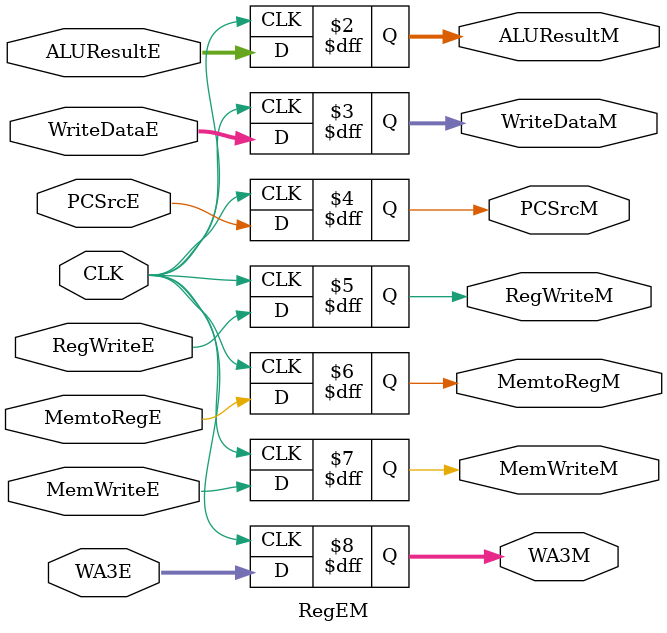
<source format=sv>
`timescale 1ns / 1ps

module RegEM #(parameter BITS = 32) (
	input logic [BITS-1:0] ALUResultE, WriteDataE, 
	input logic PCSrcE,RegWriteE,MemtoRegE,MemWriteE,CLK,
	input logic [3:0] WA3E,

	output logic [BITS-1:0] ALUResultM, WriteDataM, 
	output logic PCSrcM,RegWriteM,MemtoRegM,MemWriteM,
	output logic [3:0] WA3M);
	
	always_ff@(posedge CLK)
	begin
		WA3M = WA3E;
		PCSrcM = PCSrcE;
		RegWriteM = RegWriteE;
		MemtoRegM = MemtoRegE;
		MemWriteM = MemWriteE;
		ALUResultM = ALUResultE;
		WriteDataM = WriteDataE;
	end
endmodule
</source>
